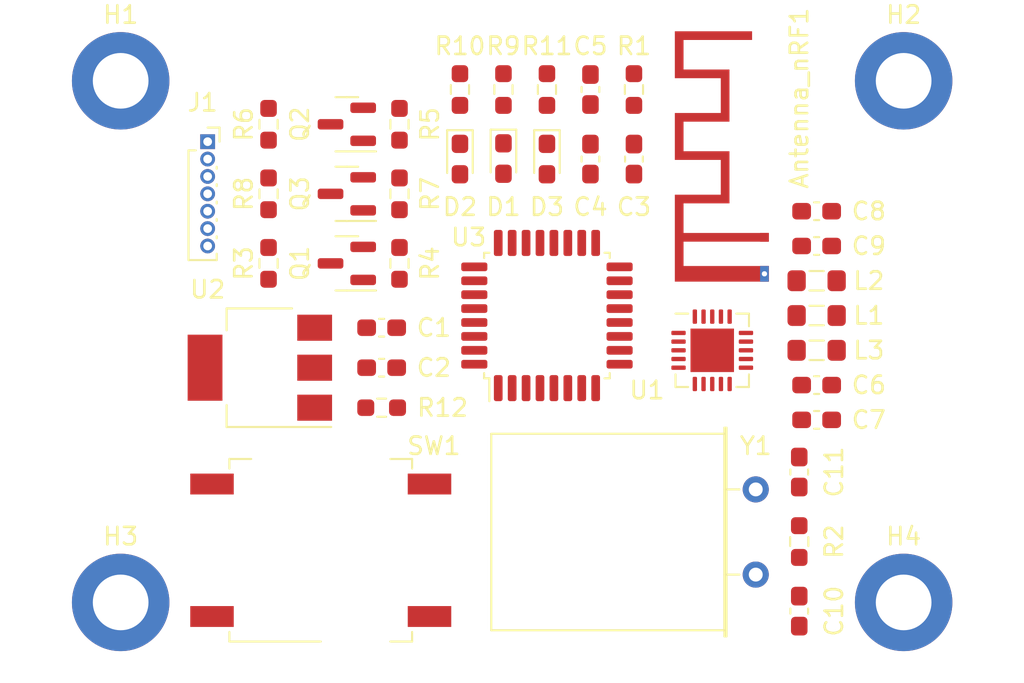
<source format=kicad_pcb>
(kicad_pcb (version 20221018) (generator pcbnew)
  (layers (0 "F.Cu" signal) (31 "B.Cu" signal) (34 "B.Paste" user) (35 "F.Paste" user) (36 "B.SilkS" user "B.Silkscreen") (37 "F.SilkS" user "F.Silkscreen") (38 "B.Mask" user) (39 "F.Mask" user) (44 "Edge.Cuts" user))
  (net 0 "")
  (net 1 "RF_Output")
  (net 2 "GND")
  (net 3 "+5V")
  (net 4 "VDD_NRF")
  (net 5 "Net-(U1-DVDD)")
  (net 6 "VDD_PA")
  (net 7 "Net-(C8-Pad2)")
  (net 8 "XC1")
  (net 9 "XC2")
  (net 10 "Net-(D1-K)")
  (net 11 "Player2_LED")
  (net 12 "Net-(D2-K)")
  (net 13 "Player1_LED")
  (net 14 "Net-(D3-K)")
  (net 15 "Status_LED")
  (net 16 "Data_Clock_SNES")
  (net 17 "Data_Latch_SNES")
  (net 18 "Serial_Data_SNES")
  (net 21 "ANT2")
  (net 22 "ANT1")
  (net 23 "Serial_Data_STM32")
  (net 24 "Data_Clock_STM32")
  (net 25 "Data_Latch_STM32")
  (net 26 "Net-(U1-IREF)")
  (net 27 "Appairing_Btn")
  (net 28 "Chip_Enable")
  (net 29 "SPI_Chip_Select")
  (net 30 "SPI_Clock")
  (net 31 "SPI_Digital_Input")
  (net 32 "SPI_Digital_Output")
  (net 36 "+3.3VA")
  (footprint "Capacitor_SMD:C_0603_1608Metric_Pad1.08x0.95mm_HandSolder" (layer "F.Cu") (at 87 93.5 -90)
    (fp_text reference "C10" (at 0 -2 90) (layer "F.SilkS"))
    (fp_text value "22p")
    (fp_line (start -0.146267 -0.51) (end 0.146267 -0.51) (stroke (width 0.12)) (layer "F.SilkS"))
    (fp_line (start -0.146267 0.51) (end 0.146267 0.51) (stroke (width 0.12)) (layer "F.SilkS"))
    (pad "1" smd roundrect (at -0.8625 0 270) (size 1.075 0.95) (layers "F.Cu" "F.Paste" "F.Mask") (net 8 "XC1"))
    (pad "2" smd roundrect (at 0.8625 0 270) (size 1.075 0.95) (layers "F.Cu" "F.Paste" "F.Mask") (net 2 "GND"))
  )
  (footprint "Capacitor_SMD:C_0603_1608Metric_Pad1.08x0.95mm_HandSolder" (layer "F.Cu") (at 63 77.2 180)
    (fp_text reference "C1" (at -3 0) (layer "F.SilkS"))
    (fp_text value "1u")
    (fp_line (start -0.146267 -0.51) (end 0.146267 -0.51) (stroke (width 0.12)) (layer "F.SilkS"))
    (fp_line (start -0.146267 0.51) (end 0.146267 0.51) (stroke (width 0.12)) (layer "F.SilkS"))
    (pad "1" smd roundrect (at -0.8625 0 180) (size 1.075 0.95) (layers "F.Cu" "F.Paste" "F.Mask") (net 3 "+5V"))
    (pad "2" smd roundrect (at 0.8625 0 180) (size 1.075 0.95) (layers "F.Cu" "F.Paste" "F.Mask") (net 2 "GND"))
  )
  (footprint "Inductor_SMD:L_0805_2012Metric_Pad1.05x1.20mm_HandSolder" (layer "F.Cu") (at 88 78.5 180)
    (fp_text reference "L3" (at -3 0) (layer "F.SilkS"))
    (fp_text value "2.7n")
    (fp_line (start -0.410242 -0.56) (end 0.410242 -0.56) (stroke (width 0.12)) (layer "F.SilkS"))
    (fp_line (start -0.410242 0.56) (end 0.410242 0.56) (stroke (width 0.12)) (layer "F.SilkS"))
    (pad "1" smd roundrect (at -1.15 0 180) (size 1.05 1.2) (layers "F.Cu" "F.Paste" "F.Mask") (roundrect_rratio 0.238095) (net 22 "ANT1"))
    (pad "2" smd roundrect (at 1.15 0 180) (size 1.05 1.2) (layers "F.Cu" "F.Paste" "F.Mask") (roundrect_rratio 0.238095) (net 6 "VDD_PA"))
  )
  (footprint "Capacitor_SMD:C_0603_1608Metric_Pad1.08x0.95mm_HandSolder" (layer "F.Cu") (at 87 85.5 90)
    (fp_text reference "C11" (at 0 2 90) (layer "F.SilkS"))
    (fp_text value "22p")
    (fp_line (start -0.146267 -0.51) (end 0.146267 -0.51) (stroke (width 0.12)) (layer "F.SilkS"))
    (fp_line (start -0.146267 0.51) (end 0.146267 0.51) (stroke (width 0.12)) (layer "F.SilkS"))
    (pad "1" smd roundrect (at -0.8625 0 90) (size 1.075 0.95) (layers "F.Cu" "F.Paste" "F.Mask") (net 9 "XC2"))
    (pad "2" smd roundrect (at 0.8625 0 90) (size 1.075 0.95) (layers "F.Cu" "F.Paste" "F.Mask") (net 2 "GND"))
  )
  (footprint "Capacitor_SMD:C_0603_1608Metric_Pad1.08x0.95mm_HandSolder" (layer "F.Cu") (at 88 72.5)
    (fp_text reference "C9" (at 3 0) (layer "F.SilkS"))
    (fp_text value "1.0p")
    (fp_line (start -0.146267 -0.51) (end 0.146267 -0.51) (stroke (width 0.12)) (layer "F.SilkS"))
    (fp_line (start -0.146267 0.51) (end 0.146267 0.51) (stroke (width 0.12)) (layer "F.SilkS"))
    (pad "1" smd roundrect (at -0.8625 0) (size 1.075 0.95) (layers "F.Cu" "F.Paste" "F.Mask") (net 2 "GND"))
    (pad "2" smd roundrect (at 0.8625 0) (size 1.075 0.95) (layers "F.Cu" "F.Paste" "F.Mask") (net 1 "RF_Output"))
  )
  (footprint "Capacitor_SMD:C_0603_1608Metric_Pad1.08x0.95mm_HandSolder" (layer "F.Cu") (at 77.5 67.5 90)
    (fp_text reference "C3" (at -2.75 0) (layer "F.SilkS"))
    (fp_text value "33n")
    (fp_line (start -0.146267 -0.51) (end 0.146267 -0.51) (stroke (width 0.12)) (layer "F.SilkS"))
    (fp_line (start -0.146267 0.51) (end 0.146267 0.51) (stroke (width 0.12)) (layer "F.SilkS"))
    (pad "1" smd roundrect (at -0.8625 0 90) (size 1.075 0.95) (layers "F.Cu" "F.Paste" "F.Mask") (net 5 "Net-(U1-DVDD)"))
    (pad "2" smd roundrect (at 0.8625 0 90) (size 1.075 0.95) (layers "F.Cu" "F.Paste" "F.Mask") (net 2 "GND"))
  )
  (footprint "Resistor_SMD:R_0603_1608Metric_Pad0.98x0.95mm_HandSolder" (layer "F.Cu") (at 56.5 73.5 90)
    (fp_text reference "R3" (at 0 -1.43 90) (layer "F.SilkS"))
    (fp_text value "10k")
    (fp_line (start -0.254724 -0.5225) (end 0.254724 -0.5225) (stroke (width 0.12)) (layer "F.SilkS"))
    (fp_line (start -0.254724 0.5225) (end 0.254724 0.5225) (stroke (width 0.12)) (layer "F.SilkS"))
    (pad "1" smd roundrect (at -0.9125 0 90) (size 0.975 0.95) (layers "F.Cu" "F.Paste" "F.Mask") (net 3 "+5V"))
    (pad "2" smd roundrect (at 0.9125 0 90) (size 0.975 0.95) (layers "F.Cu" "F.Paste" "F.Mask") (net 18 "Serial_Data_SNES"))
  )
  (footprint "Resistor_SMD:R_0603_1608Metric_Pad0.98x0.95mm_HandSolder" (layer "F.Cu") (at 56.5 65.5 90)
    (fp_text reference "R6" (at 0 -1.43 90) (layer "F.SilkS"))
    (fp_text value "10k")
    (fp_line (start -0.254724 -0.5225) (end 0.254724 -0.5225) (stroke (width 0.12)) (layer "F.SilkS"))
    (fp_line (start -0.254724 0.5225) (end 0.254724 0.5225) (stroke (width 0.12)) (layer "F.SilkS"))
    (pad "1" smd roundrect (at -0.9125 0 90) (size 0.975 0.95) (layers "F.Cu" "F.Paste" "F.Mask") (net 3 "+5V"))
    (pad "2" smd roundrect (at 0.9125 0 90) (size 0.975 0.95) (layers "F.Cu" "F.Paste" "F.Mask") (net 16 "Data_Clock_SNES"))
  )
  (footprint "Resistor_SMD:R_0603_1608Metric_Pad0.98x0.95mm_HandSolder" (layer "F.Cu") (at 77.5 63.5 90)
    (fp_text reference "R1" (at 2.5 0) (layer "F.SilkS"))
    (fp_text value "22k")
    (fp_line (start -0.254724 -0.5225) (end 0.254724 -0.5225) (stroke (width 0.12)) (layer "F.SilkS"))
    (fp_line (start -0.254724 0.5225) (end 0.254724 0.5225) (stroke (width 0.12)) (layer "F.SilkS"))
    (pad "1" smd roundrect (at -0.9125 0 90) (size 0.975 0.95) (layers "F.Cu" "F.Paste" "F.Mask") (net 26 "Net-(U1-IREF)"))
    (pad "2" smd roundrect (at 0.9125 0 90) (size 0.975 0.95) (layers "F.Cu" "F.Paste" "F.Mask") (net 2 "GND"))
  )
  (footprint "Resistor_SMD:R_0603_1608Metric_Pad0.98x0.95mm_HandSolder" (layer "F.Cu") (at 64.025 69.5 90)
    (fp_text reference "R7" (at 0 1.75 90) (layer "F.SilkS"))
    (fp_text value "10k")
    (fp_line (start -0.254724 -0.5225) (end 0.254724 -0.5225) (stroke (width 0.12)) (layer "F.SilkS"))
    (fp_line (start -0.254724 0.5225) (end 0.254724 0.5225) (stroke (width 0.12)) (layer "F.SilkS"))
    (pad "1" smd roundrect (at -0.9125 0 90) (size 0.975 0.95) (layers "F.Cu" "F.Paste" "F.Mask") (net 4 "VDD_NRF"))
    (pad "2" smd roundrect (at 0.9125 0 90) (size 0.975 0.95) (layers "F.Cu" "F.Paste" "F.Mask") (net 25 "Data_Latch_STM32"))
  )
  (footprint "Capacitor_SMD:C_0603_1608Metric_Pad1.08x0.95mm_HandSolder" (layer "F.Cu") (at 63 79.5 180)
    (fp_text reference "C2" (at -3 0) (layer "F.SilkS"))
    (fp_text value "1u")
    (fp_line (start -0.146267 -0.51) (end 0.146267 -0.51) (stroke (width 0.12)) (layer "F.SilkS"))
    (fp_line (start -0.146267 0.51) (end 0.146267 0.51) (stroke (width 0.12)) (layer "F.SilkS"))
    (pad "1" smd roundrect (at -0.8625 0 180) (size 1.075 0.95) (layers "F.Cu" "F.Paste" "F.Mask") (net 4 "VDD_NRF"))
    (pad "2" smd roundrect (at 0.8625 0 180) (size 1.075 0.95) (layers "F.Cu" "F.Paste" "F.Mask") (net 2 "GND"))
  )
  (footprint "Resistor_SMD:R_0603_1608Metric_Pad0.98x0.95mm_HandSolder" (layer "F.Cu") (at 56.5 69.5 90)
    (fp_text reference "R8" (at 0 -1.43 90) (layer "F.SilkS"))
    (fp_text value "10k")
    (fp_line (start -0.254724 -0.5225) (end 0.254724 -0.5225) (stroke (width 0.12)) (layer "F.SilkS"))
    (fp_line (start -0.254724 0.5225) (end 0.254724 0.5225) (stroke (width 0.12)) (layer "F.SilkS"))
    (pad "1" smd roundrect (at -0.9125 0 90) (size 0.975 0.95) (layers "F.Cu" "F.Paste" "F.Mask") (net 3 "+5V"))
    (pad "2" smd roundrect (at 0.9125 0 90) (size 0.975 0.95) (layers "F.Cu" "F.Paste" "F.Mask") (net 17 "Data_Latch_SNES"))
  )
  (footprint "Package_DFN_QFN:QFN-20-1EP_4x4mm_P0.5mm_EP2.5x2.5mm" (layer "F.Cu") (at 82 78.5)
    (fp_text reference "U1" (at -3.75 2.2975) (layer "F.SilkS"))
    (fp_text value "NRF24L01")
    (fp_line (start -2.11 2.11) (end -2.11 1.385) (stroke (width 0.12)) (layer "F.SilkS"))
    (fp_line (start -1.385 -2.11) (end -2.11 -2.11) (stroke (width 0.12)) (layer "F.SilkS"))
    (fp_line (start -1.385 2.11) (end -2.11 2.11) (stroke (width 0.12)) (layer "F.SilkS"))
    (fp_line (start 1.385 -2.11) (end 2.11 -2.11) (stroke (width 0.12)) (layer "F.SilkS"))
    (fp_line (start 1.385 2.11) (end 2.11 2.11) (stroke (width 0.12)) (layer "F.SilkS"))
    (fp_line (start 2.11 -2.11) (end 2.11 -1.385) (stroke (width 0.12)) (layer "F.SilkS"))
    (fp_line (start 2.11 2.11) (end 2.11 1.385) (stroke (width 0.12)) (layer "F.SilkS"))
    (pad "1" smd roundrect (at -1.9375 -1) (size 0.825 0.25) (layers "F.Cu" "F.Paste" "F.Mask") (net 28 "Chip_Enable"))
    (pad "2" smd roundrect (at -1.9375 -0.5) (size 0.825 0.25) (layers "F.Cu" "F.Paste" "F.Mask") (net 29 "SPI_Chip_Select"))
    (pad "3" smd roundrect (at -1.9375 0) (size 0.825 0.25) (layers "F.Cu" "F.Paste" "F.Mask") (net 30 "SPI_Clock"))
    (pad "4" smd roundrect (at -1.9375 0.5) (size 0.825 0.25) (layers "F.Cu" "F.Paste" "F.Mask") (net 31 "SPI_Digital_Input"))
    (pad "5" smd roundrect (at -1.9375 1) (size 0.825 0.25) (layers "F.Cu" "F.Paste" "F.Mask") (net 32 "SPI_Digital_Output"))
    (pad "6" smd roundrect (at -1 1.9375) (size 0.25 0.825) (layers "F.Cu" "F.Paste" "F.Mask"))
    (pad "7" smd roundrect (at -0.5 1.9375) (size 0.25 0.825) (layers "F.Cu" "F.Paste" "F.Mask") (net 4 "VDD_NRF"))
    (pad "8" smd roundrect (at 0 1.9375) (size 0.25 0.825) (layers "F.Cu" "F.Paste" "F.Mask") (net 2 "GND"))
    (pad "9" smd roundrect (at 0.5 1.9375) (size 0.25 0.825) (layers "F.Cu" "F.Paste" "F.Mask") (net 9 "XC2"))
    (pad "10" smd roundrect (at 1 1.9375) (size 0.25 0.825) (layers "F.Cu" "F.Paste" "F.Mask") (net 8 "XC1"))
    (pad "11" smd roundrect (at 1.9375 1) (size 0.825 0.25) (layers "F.Cu" "F.Paste" "F.Mask") (net 6 "VDD_PA"))
    (pad "12" smd roundrect (at 1.9375 0.5) (size 0.825 0.25) (layers "F.Cu" "F.Paste" "F.Mask") (net 22 "ANT1"))
    (pad "13" smd roundrect (at 1.9375 0) (size 0.825 0.25) (layers "F.Cu" "F.Paste" "F.Mask") (net 21 "ANT2"))
    (pad "14" smd roundrect (at 1.9375 -0.5) (size 0.825 0.25) (layers "F.Cu" "F.Paste" "F.Mask") (net 2 "GND"))
    (pad "15" smd roundrect (at 1.9375 -1) (size 0.825 0.25) (layers "F.Cu" "F.Paste" "F.Mask") (net 4 "VDD_NRF"))
    (pad "16" smd roundrect (at 1 -1.9375) (size 0.25 0.825) (layers "F.Cu" "F.Paste" "F.Mask") (net 26 "Net-(U1-IREF)"))
    (pad "17" smd roundrect (at 0.5 -1.9375) (size 0.25 0.825) (layers "F.Cu" "F.Paste" "F.Mask") (net 2 "GND"))
    (pad "18" smd roundrect (at 0 -1.9375) (size 0.25 0.825) (layers "F.Cu" "F.Paste" "F.Mask") (net 4 "VDD_NRF"))
    (pad "19" smd roundrect (at -0.5 -1.9375) (size 0.25 0.825) (layers "F.Cu" "F.Paste" "F.Mask") (net 5 "Net-(U1-DVDD)"))
    (pad "20" smd roundrect (at -1 -1.9375) (size 0.25 0.825) (layers "F.Cu" "F.Paste" "F.Mask") (net 2 "GND"))
    (pad "21" smd rect (at 0 0) (size 2.5 2.5) (layers "F.Cu" "F.Mask"))
  )
  (footprint "Resistor_SMD:R_0603_1608Metric_Pad0.98x0.95mm_HandSolder" (layer "F.Cu") (at 64.025 73.5 90)
    (fp_text reference "R4" (at 0 1.75 90) (layer "F.SilkS"))
    (fp_text value "10k")
    (fp_line (start -0.254724 -0.5225) (end 0.254724 -0.5225) (stroke (width 0.12)) (layer "F.SilkS"))
    (fp_line (start -0.254724 0.5225) (end 0.254724 0.5225) (stroke (width 0.12)) (layer "F.SilkS"))
    (pad "1" smd roundrect (at -0.9125 0 90) (size 0.975 0.95) (layers "F.Cu" "F.Paste" "F.Mask") (net 4 "VDD_NRF"))
    (pad "2" smd roundrect (at 0.9125 0 90) (size 0.975 0.95) (layers "F.Cu" "F.Paste" "F.Mask") (net 23 "Serial_Data_STM32"))
  )
  (footprint "Resistor_SMD:R_0603_1608Metric_Pad0.98x0.95mm_HandSolder" (layer "F.Cu") (at 63 81.8 180)
    (fp_text reference "R12" (at -3.5 0) (layer "F.SilkS"))
    (fp_text value "10k")
    (fp_line (start -0.254724 -0.5225) (end 0.254724 -0.5225) (stroke (width 0.12)) (layer "F.SilkS"))
    (fp_line (start -0.254724 0.5225) (end 0.254724 0.5225) (stroke (width 0.12)) (layer "F.SilkS"))
    (pad "1" smd roundrect (at -0.9125 0 180) (size 0.975 0.95) (layers "F.Cu" "F.Paste" "F.Mask") (net 27 "Appairing_Btn"))
    (pad "2" smd roundrect (at 0.9125 0 180) (size 0.975 0.95) (layers "F.Cu" "F.Paste" "F.Mask") (net 2 "GND"))
  )
  (footprint "MountingHole:MountingHole_3.2mm_M3_DIN965_Pad" (layer "F.Cu") (at 93 63)
    (fp_text reference "H2" (at 0 -3.8) (layer "F.SilkS"))
    (fp_text value "MountingHole_Pad")
    (pad "1" thru_hole circle (at 0 0) (size 5.6 5.6) (drill 3.2) (layers "*.Cu" "*.Mask") (net 2 "GND"))
  )
  (footprint "Resistor_SMD:R_0603_1608Metric_Pad0.98x0.95mm_HandSolder" (layer "F.Cu") (at 67.5 63.5 90)
    (fp_text reference "R10" (at 2.5 0) (layer "F.SilkS"))
    (fp_text value "1k")
    (fp_line (start -0.254724 -0.5225) (end 0.254724 -0.5225) (stroke (width 0.12)) (layer "F.SilkS"))
    (fp_line (start -0.254724 0.5225) (end 0.254724 0.5225) (stroke (width 0.12)) (layer "F.SilkS"))
    (pad "1" smd roundrect (at -0.9125 0 90) (size 0.975 0.95) (layers "F.Cu" "F.Paste" "F.Mask") (net 12 "Net-(D2-K)"))
    (pad "2" smd roundrect (at 0.9125 0 90) (size 0.975 0.95) (layers "F.Cu" "F.Paste" "F.Mask") (net 2 "GND"))
  )
  (footprint "Button_Switch_SMD:SW_MEC_5GSH9" (layer "F.Cu") (at 59.5 90 90)
    (fp_text reference "SW1" (at 6 6.5 180) (layer "F.SilkS"))
    (fp_text value "SW_Push")
    (fp_line (start -5.25 -5.25) (end -5.25 0) (stroke (width 0.12)) (layer "F.SilkS"))
    (fp_line (start -5.25 5.25) (end -5.25 4) (stroke (width 0.12)) (layer "F.SilkS"))
    (fp_line (start -4.7 -5.25) (end -5.25 -5.25) (stroke (width 0.12)) (layer "F.SilkS"))
    (fp_line (start -4.7 5.25) (end -5.25 5.25) (stroke (width 0.12)) (layer "F.SilkS"))
    (fp_line (start 4.7 -5.25) (end 5.25 -5.25) (stroke (width 0.12)) (layer "F.SilkS"))
    (fp_line (start 4.7 5.25) (end 5.25 5.25) (stroke (width 0.12)) (layer "F.SilkS"))
    (fp_line (start 5.25 -5.25) (end 5.25 -4) (stroke (width 0.12)) (layer "F.SilkS"))
    (fp_line (start 5.25 5.25) (end 5.25 4) (stroke (width 0.12)) (layer "F.SilkS"))
    (pad "1" smd rect (at -3.81 -6.25 180) (size 2.5 1.2) (layers "F.Cu" "F.Paste" "F.Mask") (net 4 "VDD_NRF"))
    (pad "2" smd rect (at -3.81 6.25 180) (size 2.5 1.2) (layers "F.Cu" "F.Paste" "F.Mask") (net 27 "Appairing_Btn"))
    (pad "3" smd rect (at 3.81 -6.25 180) (size 2.5 1.2) (layers "F.Cu" "F.Paste" "F.Mask"))
    (pad "4" smd rect (at 3.81 6.25 180) (size 2.5 1.2) (layers "F.Cu" "F.Paste" "F.Mask"))
  )
  (footprint "Capacitor_SMD:C_0603_1608Metric_Pad1.08x0.95mm_HandSolder" (layer "F.Cu") (at 75 67.5 90)
    (fp_text reference "C4" (at -2.75 0) (layer "F.SilkS"))
    (fp_text value "10n")
    (fp_line (start -0.146267 -0.51) (end 0.146267 -0.51) (stroke (width 0.12)) (layer "F.SilkS"))
    (fp_line (start -0.146267 0.51) (end 0.146267 0.51) (stroke (width 0.12)) (layer "F.SilkS"))
    (pad "1" smd roundrect (at -0.8625 0 90) (size 1.075 0.95) (layers "F.Cu" "F.Paste" "F.Mask") (net 4 "VDD_NRF"))
    (pad "2" smd roundrect (at 0.8625 0 90) (size 1.075 0.95) (layers "F.Cu" "F.Paste" "F.Mask") (net 2 "GND"))
  )
  (footprint "Capacitor_SMD:C_0603_1608Metric_Pad1.08x0.95mm_HandSolder" (layer "F.Cu") (at 88 82.5)
    (fp_text reference "C7" (at 3 0) (layer "F.SilkS"))
    (fp_text value "4.7p")
    (fp_line (start -0.146267 -0.51) (end 0.146267 -0.51) (stroke (width 0.12)) (layer "F.SilkS"))
    (fp_line (start -0.146267 0.51) (end 0.146267 0.51) (stroke (width 0.12)) (layer "F.SilkS"))
    (pad "1" smd roundrect (at -0.8625 0) (size 1.075 0.95) (layers "F.Cu" "F.Paste" "F.Mask") (net 6 "VDD_PA"))
    (pad "2" smd roundrect (at 0.8625 0) (size 1.075 0.95) (layers "F.Cu" "F.Paste" "F.Mask") (net 2 "GND"))
  )
  (footprint "Diode_SMD:D_0603_1608Metric_Pad1.05x0.95mm_HandSolder" (layer "F.Cu") (at 67.5 67.5 -90)
    (fp_text reference "D2" (at 2.75 0) (layer "F.SilkS"))
    (fp_text value "LED_Small")
    (fp_line (start -1.66 -0.735) (end -1.66 0.735) (stroke (width 0.12)) (layer "F.SilkS"))
    (fp_line (start -1.66 0.735) (end 0.8 0.735) (stroke (width 0.12)) (layer "F.SilkS"))
    (fp_line (start 0.8 -0.735) (end -1.66 -0.735) (stroke (width 0.12)) (layer "F.SilkS"))
    (pad "1" smd roundrect (at -0.875 0 270) (size 1.05 0.95) (layers "F.Cu" "F.Paste" "F.Mask") (net 12 "Net-(D2-K)"))
    (pad "2" smd roundrect (at 0.875 0 270) (size 1.05 0.95) (layers "F.Cu" "F.Paste" "F.Mask") (net 13 "Player1_LED"))
  )
  (footprint "Resistor_SMD:R_0603_1608Metric_Pad0.98x0.95mm_HandSolder" (layer "F.Cu") (at 64.025 65.5 90)
    (fp_text reference "R5" (at 0 1.75 90) (layer "F.SilkS"))
    (fp_text value "10k")
    (fp_line (start -0.254724 -0.5225) (end 0.254724 -0.5225) (stroke (width 0.12)) (layer "F.SilkS"))
    (fp_line (start -0.254724 0.5225) (end 0.254724 0.5225) (stroke (width 0.12)) (layer "F.SilkS"))
    (pad "1" smd roundrect (at -0.9125 0 90) (size 0.975 0.95) (layers "F.Cu" "F.Paste" "F.Mask") (net 4 "VDD_NRF"))
    (pad "2" smd roundrect (at 0.9125 0 90) (size 0.975 0.95) (layers "F.Cu" "F.Paste" "F.Mask") (net 24 "Data_Clock_STM32"))
  )
  (footprint "Package_TO_SOT_SMD:SOT-23" (layer "F.Cu") (at 61 69.5 180)
    (fp_text reference "Q3" (at 2.7 0 90) (layer "F.SilkS"))
    (fp_text value "2N7002")
    (fp_line (start 0 -1.56) (end -1.675 -1.56) (stroke (width 0.12)) (layer "F.SilkS"))
    (fp_line (start 0 -1.56) (end 0.65 -1.56) (stroke (width 0.12)) (layer "F.SilkS"))
    (fp_line (start 0 1.56) (end -0.65 1.56) (stroke (width 0.12)) (layer "F.SilkS"))
    (fp_line (start 0 1.56) (end 0.65 1.56) (stroke (width 0.12)) (layer "F.SilkS"))
    (pad "1" smd roundrect (at -0.9375 -0.95 180) (size 1.475 0.6) (layers "F.Cu" "F.Paste" "F.Mask") (net 4 "VDD_NRF"))
    (pad "2" smd roundrect (at -0.9375 0.95 180) (size 1.475 0.6) (layers "F.Cu" "F.Paste" "F.Mask") (net 25 "Data_Latch_STM32"))
    (pad "3" smd roundrect (at 0.9375 0 180) (size 1.475 0.6) (layers "F.Cu" "F.Paste" "F.Mask") (net 17 "Data_Latch_SNES"))
  )
  (footprint "Diode_SMD:D_0603_1608Metric_Pad1.05x0.95mm_HandSolder" (layer "F.Cu") (at 72.5 67.5 -90)
    (fp_text reference "D3" (at 2.75 0) (layer "F.SilkS"))
    (fp_text value "LED_Small")
    (fp_line (start -1.66 -0.735) (end -1.66 0.735) (stroke (width 0.12)) (layer "F.SilkS"))
    (fp_line (start -1.66 0.735) (end 0.8 0.735) (stroke (width 0.12)) (layer "F.SilkS"))
    (fp_line (start 0.8 -0.735) (end -1.66 -0.735) (stroke (width 0.12)) (layer "F.SilkS"))
    (pad "1" smd roundrect (at -0.875 0 270) (size 1.05 0.95) (layers "F.Cu" "F.Paste" "F.Mask") (net 14 "Net-(D3-K)"))
    (pad "2" smd roundrect (at 0.875 0 270) (size 1.05 0.95) (layers "F.Cu" "F.Paste" "F.Mask") (net 15 "Status_LED"))
  )
  (footprint "Capacitor_SMD:C_0603_1608Metric_Pad1.08x0.95mm_HandSolder" (layer "F.Cu") (at 75 63.5 90)
    (fp_text reference "C5" (at 2.5 0) (layer "F.SilkS"))
    (fp_text value "1n")
    (fp_line (start -0.146267 -0.51) (end 0.146267 -0.51) (stroke (width 0.12)) (layer "F.SilkS"))
    (fp_line (start -0.146267 0.51) (end 0.146267 0.51) (stroke (width 0.12)) (layer "F.SilkS"))
    (pad "1" smd roundrect (at -0.8625 0 90) (size 1.075 0.95) (layers "F.Cu" "F.Paste" "F.Mask") (net 4 "VDD_NRF"))
    (pad "2" smd roundrect (at 0.8625 0 90) (size 1.075 0.95) (layers "F.Cu" "F.Paste" "F.Mask") (net 2 "GND"))
  )
  (footprint "Package_QFP:LQFP-32_7x7mm_P0.8mm" (layer "F.Cu") (at 72.5 76.5 90)
    (fp_text reference "U3" (at 4.5 -4.5 180) (layer "F.SilkS"))
    (fp_text value "STM32L412KBTx")
    (fp_line (start -3.61 -3.61) (end -3.61 -3.31) (stroke (width 0.12)) (layer "F.SilkS"))
    (fp_line (start -3.61 -3.31) (end -4.925 -3.31) (stroke (width 0.12)) (layer "F.SilkS"))
    (fp_line (start -3.61 3.61) (end -3.61 3.31) (stroke (width 0.12)) (layer "F.SilkS"))
    (fp_line (start -3.31 -3.61) (end -3.61 -3.61) (stroke (width 0.12)) (layer "F.SilkS"))
    (fp_line (start -3.31 3.61) (end -3.61 3.61) (stroke (width 0.12)) (layer "F.SilkS"))
    (fp_line (start 3.31 -3.61) (end 3.61 -3.61) (stroke (width 0.12)) (layer "F.SilkS"))
    (fp_line (start 3.31 3.61) (end 3.61 3.61) (stroke (width 0.12)) (layer "F.SilkS"))
    (fp_line (start 3.61 -3.61) (end 3.61 -3.31) (stroke (width 0.12)) (layer "F.SilkS"))
    (fp_line (start 3.61 3.61) (end 3.61 3.31) (stroke (width 0.12)) (layer "F.SilkS"))
    (pad "1" smd roundrect (at -4.175 -2.8 90) (size 1.5 0.5) (layers "F.Cu" "F.Paste" "F.Mask") (net 4 "VDD_NRF"))
    (pad "2" smd roundrect (at -4.175 -2 90) (size 1.5 0.5) (layers "F.Cu" "F.Paste" "F.Mask") (net 27 "Appairing_Btn"))
    (pad "3" smd roundrect (at -4.175 -1.2 90) (size 1.5 0.5) (layers "F.Cu" "F.Paste" "F.Mask"))
    (pad "4" smd roundrect (at -4.175 -0.4 90) (size 1.5 0.5) (layers "F.Cu" "F.Paste" "F.Mask"))
    (pad "5" smd roundrect (at -4.175 0.4 90) (size 1.5 0.5) (layers "F.Cu" "F.Paste" "F.Mask") (net 36 "+3.3VA"))
    (pad "6" smd roundrect (at -4.175 1.2 90) (size 1.5 0.5) (layers "F.Cu" "F.Paste" "F.Mask"))
    (pad "7" smd roundrect (at -4.175 2 90) (size 1.5 0.5) (layers "F.Cu" "F.Paste" "F.Mask") (net 29 "SPI_Chip_Select"))
    (pad "8" smd roundrect (at -4.175 2.8 90) (size 1.5 0.5) (layers "F.Cu" "F.Paste" "F.Mask") (net 31 "SPI_Digital_Input"))
    (pad "9" smd roundrect (at -2.8 4.175 90) (size 0.5 1.5) (layers "F.Cu" "F.Paste" "F.Mask") (net 30 "SPI_Clock"))
    (pad "10" smd roundrect (at -2 4.175 90) (size 0.5 1.5) (layers "F.Cu" "F.Paste" "F.Mask") (net 32 "SPI_Digital_Output"))
    (pad "11" smd roundrect (at -1.2 4.175 90) (size 0.5 1.5) (layers "F.Cu" "F.Paste" "F.Mask") (net 28 "Chip_Enable"))
    (pad "12" smd roundrect (at -0.4 4.175 90) (size 0.5 1.5) (layers "F.Cu" "F.Paste" "F.Mask"))
    (pad "13" smd roundrect (at 0.4 4.175 90) (size 0.5 1.5) (layers "F.Cu" "F.Paste" "F.Mask"))
    (pad "14" smd roundrect (at 1.2 4.175 90) (size 0.5 1.5) (layers "F.Cu" "F.Paste" "F.Mask"))
    (pad "15" smd roundrect (at 2 4.175 90) (size 0.5 1.5) (layers "F.Cu" "F.Paste" "F.Mask"))
    (pad "16" smd roundrect (at 2.8 4.175 90) (size 0.5 1.5) (layers "F.Cu" "F.Paste" "F.Mask") (net 2 "GND"))
    (pad "17" smd roundrect (at 4.175 2.8 90) (size 1.5 0.5) (layers "F.Cu" "F.Paste" "F.Mask") (net 4 "VDD_NRF"))
    (pad "18" smd roundrect (at 4.175 2 90) (size 1.5 0.5) (layers "F.Cu" "F.Paste" "F.Mask"))
    (pad "19" smd roundrect (at 4.175 1.2 90) (size 1.5 0.5) (layers "F.Cu" "F.Paste" "F.Mask") (net 15 "Status_LED"))
    (pad "20" smd roundrect (at 4.175 0.4 90) (size 1.5 0.5) (layers "F.Cu" "F.Paste" "F.Mask"))
    (pad "21" smd roundrect (at 4.175 -0.4 90) (size 1.5 0.5) (layers "F.Cu" "F.Paste" "F.Mask"))
    (pad "22" smd roundrect (at 4.175 -1.2 90) (size 1.5 0.5) (layers "F.Cu" "F.Paste" "F.Mask"))
    (pad "23" smd roundrect (at 4.175 -2 90) (size 1.5 0.5) (layers "F.Cu" "F.Paste" "F.Mask") (net 11 "Player2_LED"))
    (pad "24" smd roundrect (at 4.175 -2.8 90) (size 1.5 0.5) (layers "F.Cu" "F.Paste" "F.Mask") (net 13 "Player1_LED"))
    (pad "25" smd roundrect (at 2.8 -4.175 90) (size 0.5 1.5) (layers "F.Cu" "F.Paste" "F.Mask") (net 23 "Serial_Data_STM32"))
    (pad "26" smd roundrect (at 2 -4.175 90) (size 0.5 1.5) (layers "F.Cu" "F.Paste" "F.Mask"))
    (pad "27" smd roundrect (at 1.2 -4.175 90) (size 0.5 1.5) (layers "F.Cu" "F.Paste" "F.Mask") (net 25 "Data_Latch_STM32"))
    (pad "28" smd roundrect (at 0.4 -4.175 90) (size 0.5 1.5) (layers "F.Cu" "F.Paste" "F.Mask"))
    (pad "29" smd roundrect (at -0.4 -4.175 90) (size 0.5 1.5) (layers "F.Cu" "F.Paste" "F.Mask") (net 24 "Data_Clock_STM32"))
    (pad "30" smd roundrect (at -1.2 -4.175 90) (size 0.5 1.5) (layers "F.Cu" "F.Paste" "F.Mask"))
    (pad "31" smd roundrect (at -2 -4.175 90) (size 0.5 1.5) (layers "F.Cu" "F.Paste" "F.Mask"))
    (pad "32" smd roundrect (at -2.8 -4.175 90) (size 0.5 1.5) (layers "F.Cu" "F.Paste" "F.Mask") (net 2 "GND"))
  )
  (footprint "Resistor_SMD:R_0603_1608Metric_Pad0.98x0.95mm_HandSolder" (layer "F.Cu") (at 87 89.5 90)
    (fp_text reference "R2" (at 0 2 90) (layer "F.SilkS"))
    (fp_text value "1M")
    (fp_line (start -0.254724 -0.5225) (end 0.254724 -0.5225) (stroke (width 0.12)) (layer "F.SilkS"))
    (fp_line (start -0.254724 0.5225) (end 0.254724 0.5225) (stroke (width 0.12)) (layer "F.SilkS"))
    (pad "1" smd roundrect (at -0.9125 0 90) (size 0.975 0.95) (layers "F.Cu" "F.Paste" "F.Mask") (net 8 "XC1"))
    (pad "2" smd roundrect (at 0.9125 0 90) (size 0.975 0.95) (layers "F.Cu" "F.Paste" "F.Mask") (net 9 "XC2"))
  )
  (footprint "Resistor_SMD:R_0603_1608Metric_Pad0.98x0.95mm_HandSolder" (layer "F.Cu") (at 72.5 63.5 -90)
    (fp_text reference "R11" (at -2.5 0) (layer "F.SilkS"))
    (fp_text value "1k")
    (fp_line (start -0.254724 -0.5225) (end 0.254724 -0.5225) (stroke (width 0.12)) (layer "F.SilkS"))
    (fp_line (start -0.254724 0.5225) (end 0.254724 0.5225) (stroke (width 0.12)) (layer "F.SilkS"))
    (pad "1" smd roundrect (at -0.9125 0 270) (size 0.975 0.95) (layers "F.Cu" "F.Paste" "F.Mask") (net 14 "Net-(D3-K)"))
    (pad "2" smd roundrect (at 0.9125 0 270) (size 0.975 0.95) (layers "F.Cu" "F.Paste" "F.Mask") (net 2 "GND"))
  )
  (footprint "Capacitor_SMD:C_0603_1608Metric_Pad1.08x0.95mm_HandSolder" (layer "F.Cu") (at 88 70.5)
    (fp_text reference "C8" (at 3 0) (layer "F.SilkS"))
    (fp_text value "1.5p")
    (fp_line (start -0.146267 -0.51) (end 0.146267 -0.51) (stroke (width 0.12)) (layer "F.SilkS"))
    (fp_line (start -0.146267 0.51) (end 0.146267 0.51) (stroke (width 0.12)) (layer "F.SilkS"))
    (pad "1" smd roundrect (at -0.8625 0) (size 1.075 0.95) (layers "F.Cu" "F.Paste" "F.Mask") (net 1 "RF_Output"))
    (pad "2" smd roundrect (at 0.8625 0) (size 1.075 0.95) (layers "F.Cu" "F.Paste" "F.Mask") (net 7 "Net-(C8-Pad2)"))
  )
  (footprint "Connector_PinSocket_1.00mm:PinSocket_1x07_P1.00mm_Vertical" (layer "F.Cu") (at 53 66.5)
    (fp_text reference "J1" (at -0.29 -2.25) (layer "F.SilkS"))
    (fp_text value "Conn_01x07_Socket")
    (fp_line (start -1.1 0.5) (end -1.1 6.81) (stroke (width 0.12)) (layer "F.SilkS"))
    (fp_line (start -1.1 0.5) (end -0.685 0.5) (stroke (width 0.12)) (layer "F.SilkS"))
    (fp_line (start -1.1 6.81) (end 0.52 6.81) (stroke (width 0.12)) (layer "F.SilkS"))
    (fp_line (start 0 -0.81) (end 0.685 -0.81) (stroke (width 0.12)) (layer "F.SilkS"))
    (fp_line (start 0.52 1.445898) (end 0.52 1.554102) (stroke (width 0.12)) (layer "F.SilkS"))
    (fp_line (start 0.52 2.445898) (end 0.52 2.554102) (stroke (width 0.12)) (layer "F.SilkS"))
    (fp_line (start 0.52 3.445898) (end 0.52 3.554102) (stroke (width 0.12)) (layer "F.SilkS"))
    (fp_line (start 0.52 4.445898) (end 0.52 4.554102) (stroke (width 0.12)) (layer "F.SilkS"))
    (fp_line (start 0.52 5.445898) (end 0.52 5.554102) (stroke (width 0.12)) (layer "F.SilkS"))
    (fp_line (start 0.52 6.445898) (end 0.52 6.81) (stroke (width 0.12)) (layer "F.SilkS"))
    (fp_line (start 0.685 -0.81) (end 0.685 0) (stroke (width 0.12)) (layer "F.SilkS"))
    (pad "1" thru_hole rect (at 0 0) (size 0.85 0.85) (drill 0.5) (layers "*.Cu" "*.Mask") (net 3 "+5V"))
    (pad "2" thru_hole oval (at 0 1) (size 0.85 0.85) (drill 0.5) (layers "*.Cu" "*.Mask") (net 16 "Data_Clock_SNES"))
    (pad "3" thru_hole oval (at 0 2) (size 0.85 0.85) (drill 0.5) (layers "*.Cu" "*.Mask") (net 17 "Data_Latch_SNES"))
    (pad "4" thru_hole oval (at 0 3) (size 0.85 0.85) (drill 0.5) (layers "*.Cu" "*.Mask") (net 18 "Serial_Data_SNES"))
    (pad "5" thru_hole oval (at 0 4) (size 0.85 0.85) (drill 0.5) (layers "*.Cu" "*.Mask"))
    (pad "6" thru_hole oval (at 0 5) (size 0.85 0.85) (drill 0.5) (layers "*.Cu" "*.Mask"))
    (pad "7" thru_hole oval (at 0 6) (size 0.85 0.85) (drill 0.5) (layers "*.Cu" "*.Mask") (net 2 "GND"))
  )
  (footprint "RF_Antenna:Texas_SWRA117D_2.4GHz_Right" (layer "F.Cu") (at 85 72 90)
    (fp_text reference "Antenna_nRF1" (at 8 2 90) (layer "F.SilkS"))
    (fp_text value "~")
    (fp_poly (pts (xy 2.45 -2.51) (xy 4.45 -2.51) (xy 4.45 -5.15) (xy 7.15 -5.15) (xy 7.15 -2.51) (xy 9.15 -2.51) (xy 9.15 -5.15) (xy 11.85 -5.15) (xy 11.85 -0.71) (xy 11.35 -0.71) (xy 11.35 -4.65) (xy 9.65 -4.65) (xy 9.65 -2.01) (xy 6.65 -2.01) (xy 6.65 -4.65) (xy 4.95 -4.65) (xy 4.95 -2.01) (xy 1.95 -2.01) (xy 1.95 -4.65) (xy 0.25 -4.65) (xy 0.25 0.25) (xy -0.25 0.25) (xy -0.25 -4.65) (xy -1.65 -4.65) (xy -1.65 0.25) (xy -2.55 0.25) (xy -2.55 0.006785) (xy -2.247583 0.006785) (xy -2.237742 0.054395) (xy -2.213674 0.096797) (xy -2.175731 0.129581) (xy -2.167819 0.133935) (xy -2.125156 0.146043) (xy -2.076637 0.1453) (xy -2.031122 0.1324) (xy -2.012511 0.121787) (xy -1.978868 0.086553) (xy -1.958309 0.041368) (xy -1.951778 -0.008158) (xy -1.960218 -0.056417) (xy -1.977112 -0.088643) (xy -2.012372 -0.121313) (xy -2.057682 -0.141408) (xy -2.107267 -0.147982) (xy -2.155353 -0.140092) (xy -2.188245 -0.123186) (xy -2.223185 -0.086416) (xy -2.242847 -0.041622) (xy -2.247583 0.006785) (xy -2.55 0.006785) (xy -2.55 -5.15) (xy 2.45 -5.15) (xy 2.45 -2.51)) (fill solid) (layer "F.Cu"))
    (pad "1" connect rect (at 0 0 90) (size 0.5 0.5) (layers "F.Cu") (net 1 "RF_Output"))
    (pad "2" thru_hole rect (at -2.1 0 90) (size 0.9 0.5) (drill 0.3) (layers "*.Cu") (net 2 "GND"))
  )
  (footprint "Resistor_SMD:R_0603_1608Metric_Pad0.98x0.95mm_HandSolder" (layer "F.Cu") (at 70 63.5 90)
    (fp_text reference "R9" (at 2.5 0) (layer "F.SilkS"))
    (fp_text value "1k")
    (fp_line (start -0.254724 -0.5225) (end 0.254724 -0.5225) (stroke (width 0.12)) (layer "F.SilkS"))
    (fp_line (start -0.254724 0.5225) (end 0.254724 0.5225) (stroke (width 0.12)) (layer "F.SilkS"))
    (pad "1" smd roundrect (at -0.9125 0 90) (size 0.975 0.95) (layers "F.Cu" "F.Paste" "F.Mask") (net 10 "Net-(D1-K)"))
    (pad "2" smd roundrect (at 0.9125 0 90) (size 0.975 0.95) (layers "F.Cu" "F.Paste" "F.Mask") (net 2 "GND"))
  )
  (footprint "Package_TO_SOT_SMD:SOT-223-3_TabPin2" (layer "F.Cu") (at 56 79.5 180)
    (fp_text reference "U2" (at 3 4.5 180) (layer "F.SilkS"))
    (fp_text value "AMS1117-3.3")
    (fp_line (start -4.1 -3.41) (end 1.91 -3.41) (stroke (width 0.12)) (layer "F.SilkS"))
    (fp_line (start -1.85 3.41) (end 1.91 3.41) (stroke (width 0.12)) (layer "F.SilkS"))
    (fp_line (start 1.91 -3.41) (end 1.91 -2.15) (stroke (width 0.12)) (layer "F.SilkS"))
    (fp_line (start 1.91 3.41) (end 1.91 2.15) (stroke (width 0.12)) (layer "F.SilkS"))
    (pad "1" smd rect (at -3.15 -2.3 180) (size 2 1.5) (layers "F.Cu" "F.Paste" "F.Mask") (net 2 "GND"))
    (pad "2" smd rect (at -3.15 0 180) (size 2 1.5) (layers "F.Cu" "F.Paste" "F.Mask") (net 4 "VDD_NRF"))
    (pad "2" smd rect (at 3.15 0 180) (size 2 3.8) (layers "F.Cu" "F.Paste" "F.Mask") (net 4 "VDD_NRF"))
    (pad "3" smd rect (at -3.15 2.3 180) (size 2 1.5) (layers "F.Cu" "F.Paste" "F.Mask") (net 3 "+5V"))
  )
  (footprint "Inductor_SMD:L_0805_2012Metric_Pad1.05x1.20mm_HandSolder" (layer "F.Cu") (at 88 74.5)
    (fp_text reference "L2" (at 3 0) (layer "F.SilkS"))
    (fp_text value "3.9n")
    (fp_line (start -0.410242 -0.56) (end 0.410242 -0.56) (stroke (width 0.12)) (layer "F.SilkS"))
    (fp_line (start -0.410242 0.56) (end 0.410242 0.56) (stroke (width 0.12)) (layer "F.SilkS"))
    (pad "1" smd roundrect (at -1.15 0) (size 1.05 1.2) (layers "F.Cu" "F.Paste" "F.Mask") (roundrect_rratio 0.238095) (net 21 "ANT2"))
    (pad "2" smd roundrect (at 1.15 0) (size 1.05 1.2) (layers "F.Cu" "F.Paste" "F.Mask") (roundrect_rratio 0.238095) (net 7 "Net-(C8-Pad2)"))
  )
  (footprint "Package_TO_SOT_SMD:SOT-23" (layer "F.Cu") (at 61 73.5 180)
    (fp_text reference "Q1" (at 2.7 0 90) (layer "F.SilkS"))
    (fp_text value "2N7002")
    (fp_line (start 0 -1.56) (end -1.675 -1.56) (stroke (width 0.12)) (layer "F.SilkS"))
    (fp_line (start 0 -1.56) (end 0.65 -1.56) (stroke (width 0.12)) (layer "F.SilkS"))
    (fp_line (start 0 1.56) (end -0.65 1.56) (stroke (width 0.12)) (layer "F.SilkS"))
    (fp_line (start 0 1.56) (end 0.65 1.56) (stroke (width 0.12)) (layer "F.SilkS"))
    (pad "1" smd roundrect (at -0.9375 -0.95 180) (size 1.475 0.6) (layers "F.Cu" "F.Paste" "F.Mask") (net 4 "VDD_NRF"))
    (pad "2" smd roundrect (at -0.9375 0.95 180) (size 1.475 0.6) (layers "F.Cu" "F.Paste" "F.Mask") (net 23 "Serial_Data_STM32"))
    (pad "3" smd roundrect (at 0.9375 0 180) (size 1.475 0.6) (layers "F.Cu" "F.Paste" "F.Mask") (net 18 "Serial_Data_SNES"))
  )
  (footprint "Diode_SMD:D_0603_1608Metric_Pad1.05x0.95mm_HandSolder" (layer "F.Cu") (at 70 67.47 -90)
    (fp_text reference "D1" (at 2.78 0) (layer "F.SilkS"))
    (fp_text value "LED_Small")
    (fp_line (start -1.66 -0.735) (end -1.66 0.735) (stroke (width 0.12)) (layer "F.SilkS"))
    (fp_line (start -1.66 0.735) (end 0.8 0.735) (stroke (width 0.12)) (layer "F.SilkS"))
    (fp_line (start 0.8 -0.735) (end -1.66 -0.735) (stroke (width 0.12)) (layer "F.SilkS"))
    (pad "1" smd roundrect (at -0.875 0 270) (size 1.05 0.95) (layers "F.Cu" "F.Paste" "F.Mask") (net 10 "Net-(D1-K)"))
    (pad "2" smd roundrect (at 0.875 0 270) (size 1.05 0.95) (layers "F.Cu" "F.Paste" "F.Mask") (net 11 "Player2_LED"))
  )
  (footprint "MountingHole:MountingHole_3.2mm_M3_DIN965_Pad" (layer "F.Cu") (at 93 93)
    (fp_text reference "H4" (at 0 -3.8) (layer "F.SilkS"))
    (fp_text value "MountingHole_Pad")
    (pad "1" thru_hole circle (at 0 0) (size 5.6 5.6) (drill 3.2) (layers "*.Cu" "*.Mask") (net 2 "GND"))
  )
  (footprint "MountingHole:MountingHole_3.2mm_M3_DIN965_Pad" (layer "F.Cu") (at 48 93)
    (fp_text reference "H3" (at 0 -3.8) (layer "F.SilkS"))
    (fp_text value "MountingHole_Pad")
    (pad "1" thru_hole circle (at 0 0) (size 5.6 5.6) (drill 3.2) (layers "*.Cu" "*.Mask") (net 2 "GND"))
  )
  (footprint "Capacitor_SMD:C_0603_1608Metric_Pad1.08x0.95mm_HandSolder" (layer "F.Cu") (at 88 80.5)
    (fp_text reference "C6" (at 3 0) (layer "F.SilkS"))
    (fp_text value "2.2n")
    (fp_line (start -0.146267 -0.51) (end 0.146267 -0.51) (stroke (width 0.12)) (layer "F.SilkS"))
    (fp_line (start -0.146267 0.51) (end 0.146267 0.51) (stroke (width 0.12)) (layer "F.SilkS"))
    (pad "1" smd roundrect (at -0.8625 0) (size 1.075 0.95) (layers "F.Cu" "F.Paste" "F.Mask") (net 6 "VDD_PA"))
    (pad "2" smd roundrect (at 0.8625 0) (size 1.075 0.95) (layers "F.Cu" "F.Paste" "F.Mask") (net 2 "GND"))
  )
  (footprint "Crystal:Crystal_HC49-U_Horizontal" (layer "F.Cu") (at 84.5 86.5 -90)
    (fp_text reference "Y1" (at -2.5 0) (layer "F.SilkS"))
    (fp_text value "16 MHz")
    (fp_line (start -3.55 1.68) (end 8.45 1.68) (stroke (width 0.12)) (layer "F.SilkS"))
    (fp_line (start -3.55 1.8) (end -3.55 1.68) (stroke (width 0.12)) (layer "F.SilkS"))
    (fp_line (start -3.2 1.8) (end -3.2 15.2) (stroke (width 0.12)) (layer "F.SilkS"))
    (fp_line (start -3.2 15.2) (end 8.1 15.2) (stroke (width 0.12)) (layer "F.SilkS"))
    (fp_line (start 0 0.95) (end 0 0.95) (stroke (width 0.12)) (layer "F.SilkS"))
    (fp_line (start 0 1.8) (end 0 0.95) (stroke (width 0.12)) (layer "F.SilkS"))
    (fp_line (start 4.9 0.95) (end 4.9 0.95) (stroke (width 0.12)) (layer "F.SilkS"))
    (fp_line (start 4.9 1.8) (end 4.9 0.95) (stroke (width 0.12)) (layer "F.SilkS"))
    (fp_line (start 8.1 1.8) (end -3.2 1.8) (stroke (width 0.12)) (layer "F.SilkS"))
    (fp_line (start 8.1 15.2) (end 8.1 1.8) (stroke (width 0.12)) (layer "F.SilkS"))
    (fp_line (start 8.45 1.68) (end 8.45 1.8) (stroke (width 0.12)) (layer "F.SilkS"))
    (fp_line (start 8.45 1.8) (end -3.55 1.8) (stroke (width 0.12)) (layer "F.SilkS"))
    (pad "1" thru_hole circle (at 0 0 270) (size 1.5 1.5) (drill 0.8) (layers "*.Cu" "*.Mask") (net 9 "XC2"))
    (pad "2" thru_hole circle (at 4.9 0 270) (size 1.5 1.5) (drill 0.8) (layers "*.Cu" "*.Mask") (net 8 "XC1"))
  )
  (footprint "Package_TO_SOT_SMD:SOT-23" (layer "F.Cu") (at 61 65.5 180)
    (fp_text reference "Q2" (at 2.7 0 90) (layer "F.SilkS"))
    (fp_text value "2N7002")
    (fp_line (start 0 -1.56) (end -1.675 -1.56) (stroke (width 0.12)) (layer "F.SilkS"))
    (fp_line (start 0 -1.56) (end 0.65 -1.56) (stroke (width 0.12)) (layer "F.SilkS"))
    (fp_line (start 0 1.56) (end -0.65 1.56) (stroke (width 0.12)) (layer "F.SilkS"))
    (fp_line (start 0 1.56) (end 0.65 1.56) (stroke (width 0.12)) (layer "F.SilkS"))
    (pad "1" smd roundrect (at -0.9375 -0.95 180) (size 1.475 0.6) (layers "F.Cu" "F.Paste" "F.Mask") (net 4 "VDD_NRF"))
    (pad "2" smd roundrect (at -0.9375 0.95 180) (size 1.475 0.6) (layers "F.Cu" "F.Paste" "F.Mask") (net 24 "Data_Clock_STM32"))
    (pad "3" smd roundrect (at 0.9375 0 180) (size 1.475 0.6) (layers "F.Cu" "F.Paste" "F.Mask") (net 16 "Data_Clock_SNES"))
  )
  (footprint "Inductor_SMD:L_0805_2012Metric_Pad1.05x1.20mm_HandSolder" (layer "F.Cu") (at 88 76.5)
    (fp_text reference "L1" (at 3 0) (layer "F.SilkS"))
    (fp_text value "8.2n")
    (fp_line (start -0.410242 -0.56) (end 0.410242 -0.56) (stroke (width 0.12)) (layer "F.SilkS"))
    (fp_line (start -0.410242 0.56) (end 0.410242 0.56) (stroke (width 0.12)) (layer "F.SilkS"))
    (pad "1" smd roundrect (at -1.15 0) (size 1.05 1.2) (layers "F.Cu" "F.Paste" "F.Mask") (roundrect_rratio 0.238095) (net 21 "ANT2"))
    (pad "2" smd roundrect (at 1.15 0) (size 1.05 1.2) (layers "F.Cu" "F.Paste" "F.Mask") (roundrect_rratio 0.238095) (net 22 "ANT1"))
  )
  (footprint "MountingHole:MountingHole_3.2mm_M3_DIN965_Pad" (layer "F.Cu") (at 48 63)
    (fp_text reference "H1" (at 0 -3.8) (layer "F.SilkS"))
    (fp_text value "MountingHole_Pad")
    (pad "1" thru_hole circle (at 0 0) (size 5.6 5.6) (drill 3.2) (layers "*.Cu" "*.Mask") (net 2 "GND"))
  )
)
</source>
